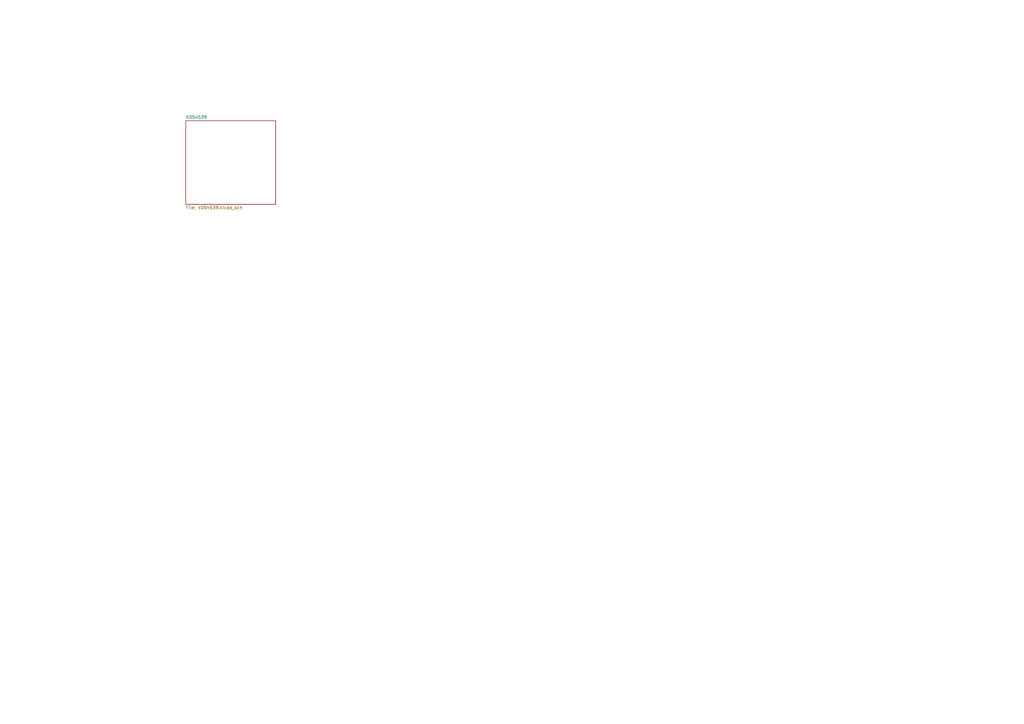
<source format=kicad_sch>
(kicad_sch
	(version 20231120)
	(generator "eeschema")
	(generator_version "8.0")
	(uuid "9e430823-2d12-4796-be4c-50503e3e3405")
	(paper "A3")
	(title_block
		(company "JOTEGO")
	)
	(lib_symbols)
	(sheet
		(at 76.2 49.53)
		(size 36.83 34.29)
		(fields_autoplaced yes)
		(stroke
			(width 0.1524)
			(type solid)
		)
		(fill
			(color 0 0 0 0.0000)
		)
		(uuid "b0aac862-a63e-4c3d-bf45-95e8bd1113f7")
		(property "Sheetname" "K054539"
			(at 76.2 48.8184 0)
			(effects
				(font
					(size 1.27 1.27)
				)
				(justify left bottom)
			)
		)
		(property "Sheetfile" "k054539.kicad_sch"
			(at 76.2 84.4046 0)
			(effects
				(font
					(size 1.27 1.27)
				)
				(justify left top)
			)
		)
		(instances
			(project "rungun"
				(path "/f107f3c9-7303-4384-a4ef-8be2535c58e8/4e92e68d-fa4c-4ee8-ac46-467bbbc68d01"
					(page "4")
				)
			)
		)
	)
)

</source>
